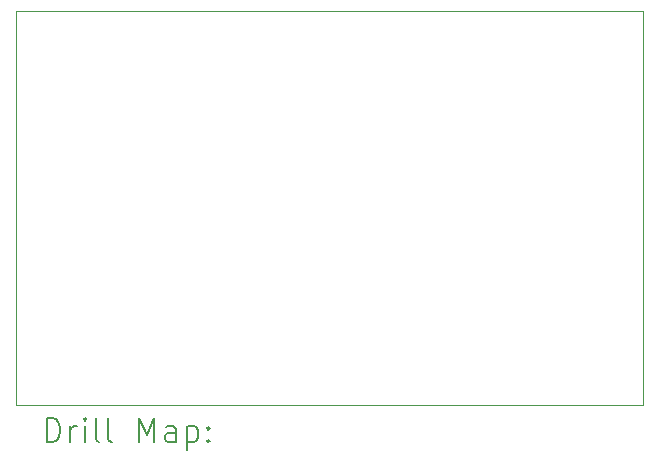
<source format=gbr>
%TF.GenerationSoftware,KiCad,Pcbnew,7.0.5-0*%
%TF.CreationDate,2023-12-12T17:49:35-05:00*%
%TF.ProjectId,PierogiNixiePSU,50696572-6f67-4694-9e69-786965505355,rev?*%
%TF.SameCoordinates,Original*%
%TF.FileFunction,Drillmap*%
%TF.FilePolarity,Positive*%
%FSLAX45Y45*%
G04 Gerber Fmt 4.5, Leading zero omitted, Abs format (unit mm)*
G04 Created by KiCad (PCBNEW 7.0.5-0) date 2023-12-12 17:49:35*
%MOMM*%
%LPD*%
G01*
G04 APERTURE LIST*
%ADD10C,0.050000*%
%ADD11C,0.200000*%
G04 APERTURE END LIST*
D10*
X16960485Y-8834110D02*
X11650000Y-8833750D01*
X11650000Y-8833750D02*
X11650000Y-12166250D01*
X16960485Y-12166610D02*
X16960485Y-8834110D01*
X11650000Y-12166250D02*
X16960485Y-12166610D01*
D11*
X11908277Y-12480594D02*
X11908277Y-12280594D01*
X11908277Y-12280594D02*
X11955896Y-12280594D01*
X11955896Y-12280594D02*
X11984467Y-12290118D01*
X11984467Y-12290118D02*
X12003515Y-12309165D01*
X12003515Y-12309165D02*
X12013039Y-12328213D01*
X12013039Y-12328213D02*
X12022562Y-12366308D01*
X12022562Y-12366308D02*
X12022562Y-12394879D01*
X12022562Y-12394879D02*
X12013039Y-12432975D01*
X12013039Y-12432975D02*
X12003515Y-12452022D01*
X12003515Y-12452022D02*
X11984467Y-12471070D01*
X11984467Y-12471070D02*
X11955896Y-12480594D01*
X11955896Y-12480594D02*
X11908277Y-12480594D01*
X12108277Y-12480594D02*
X12108277Y-12347260D01*
X12108277Y-12385356D02*
X12117801Y-12366308D01*
X12117801Y-12366308D02*
X12127324Y-12356784D01*
X12127324Y-12356784D02*
X12146372Y-12347260D01*
X12146372Y-12347260D02*
X12165420Y-12347260D01*
X12232086Y-12480594D02*
X12232086Y-12347260D01*
X12232086Y-12280594D02*
X12222562Y-12290118D01*
X12222562Y-12290118D02*
X12232086Y-12299641D01*
X12232086Y-12299641D02*
X12241610Y-12290118D01*
X12241610Y-12290118D02*
X12232086Y-12280594D01*
X12232086Y-12280594D02*
X12232086Y-12299641D01*
X12355896Y-12480594D02*
X12336848Y-12471070D01*
X12336848Y-12471070D02*
X12327324Y-12452022D01*
X12327324Y-12452022D02*
X12327324Y-12280594D01*
X12460658Y-12480594D02*
X12441610Y-12471070D01*
X12441610Y-12471070D02*
X12432086Y-12452022D01*
X12432086Y-12452022D02*
X12432086Y-12280594D01*
X12689229Y-12480594D02*
X12689229Y-12280594D01*
X12689229Y-12280594D02*
X12755896Y-12423451D01*
X12755896Y-12423451D02*
X12822562Y-12280594D01*
X12822562Y-12280594D02*
X12822562Y-12480594D01*
X13003515Y-12480594D02*
X13003515Y-12375832D01*
X13003515Y-12375832D02*
X12993991Y-12356784D01*
X12993991Y-12356784D02*
X12974943Y-12347260D01*
X12974943Y-12347260D02*
X12936848Y-12347260D01*
X12936848Y-12347260D02*
X12917801Y-12356784D01*
X13003515Y-12471070D02*
X12984467Y-12480594D01*
X12984467Y-12480594D02*
X12936848Y-12480594D01*
X12936848Y-12480594D02*
X12917801Y-12471070D01*
X12917801Y-12471070D02*
X12908277Y-12452022D01*
X12908277Y-12452022D02*
X12908277Y-12432975D01*
X12908277Y-12432975D02*
X12917801Y-12413927D01*
X12917801Y-12413927D02*
X12936848Y-12404403D01*
X12936848Y-12404403D02*
X12984467Y-12404403D01*
X12984467Y-12404403D02*
X13003515Y-12394879D01*
X13098753Y-12347260D02*
X13098753Y-12547260D01*
X13098753Y-12356784D02*
X13117801Y-12347260D01*
X13117801Y-12347260D02*
X13155896Y-12347260D01*
X13155896Y-12347260D02*
X13174943Y-12356784D01*
X13174943Y-12356784D02*
X13184467Y-12366308D01*
X13184467Y-12366308D02*
X13193991Y-12385356D01*
X13193991Y-12385356D02*
X13193991Y-12442498D01*
X13193991Y-12442498D02*
X13184467Y-12461546D01*
X13184467Y-12461546D02*
X13174943Y-12471070D01*
X13174943Y-12471070D02*
X13155896Y-12480594D01*
X13155896Y-12480594D02*
X13117801Y-12480594D01*
X13117801Y-12480594D02*
X13098753Y-12471070D01*
X13279705Y-12461546D02*
X13289229Y-12471070D01*
X13289229Y-12471070D02*
X13279705Y-12480594D01*
X13279705Y-12480594D02*
X13270182Y-12471070D01*
X13270182Y-12471070D02*
X13279705Y-12461546D01*
X13279705Y-12461546D02*
X13279705Y-12480594D01*
X13279705Y-12356784D02*
X13289229Y-12366308D01*
X13289229Y-12366308D02*
X13279705Y-12375832D01*
X13279705Y-12375832D02*
X13270182Y-12366308D01*
X13270182Y-12366308D02*
X13279705Y-12356784D01*
X13279705Y-12356784D02*
X13279705Y-12375832D01*
M02*

</source>
